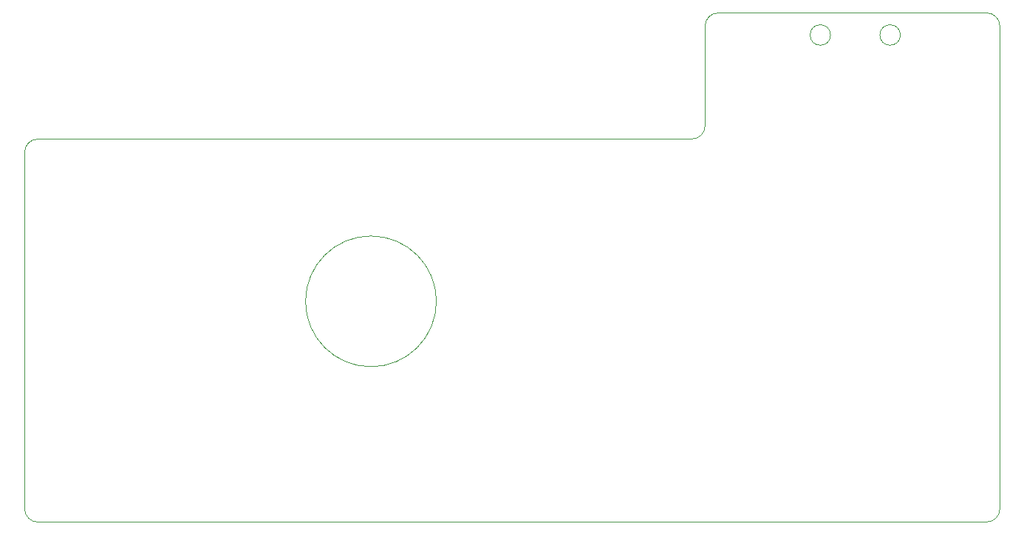
<source format=gm1>
G04 #@! TF.GenerationSoftware,KiCad,Pcbnew,(5.99.0-11497-g0fb864d596)*
G04 #@! TF.CreationDate,2021-08-07T14:48:27-04:00*
G04 #@! TF.ProjectId,K40-LED_PCB,4b34302d-4c45-4445-9f50-43422e6b6963,rev?*
G04 #@! TF.SameCoordinates,Original*
G04 #@! TF.FileFunction,Profile,NP*
%FSLAX46Y46*%
G04 Gerber Fmt 4.6, Leading zero omitted, Abs format (unit mm)*
G04 Created by KiCad (PCBNEW (5.99.0-11497-g0fb864d596)) date 2021-08-07 14:48:27*
%MOMM*%
%LPD*%
G01*
G04 APERTURE LIST*
G04 #@! TA.AperFunction,Profile*
%ADD10C,0.100000*%
G04 #@! TD*
G04 #@! TA.AperFunction,Profile*
%ADD11C,0.050000*%
G04 #@! TD*
G04 APERTURE END LIST*
D10*
X143664882Y-91440000D02*
G75*
G03*
X143664882Y-91440000I-1170882J0D01*
G01*
X151665882Y-91440000D02*
G75*
G03*
X151665882Y-91440000I-1170882J0D01*
G01*
D11*
X129286000Y-90424000D02*
X129286000Y-97028000D01*
X127762000Y-103378000D02*
X52832000Y-103378000D01*
X98500000Y-122000000D02*
G75*
G03*
X98500000Y-122000000I-7500000J0D01*
G01*
X90932000Y-147320000D02*
X161544000Y-147320000D01*
X51308000Y-145796000D02*
G75*
G03*
X52832000Y-147320000I1524000J0D01*
G01*
X129286000Y-90424000D02*
G75*
G02*
X130810000Y-88900000I1524000J0D01*
G01*
X51308000Y-104902000D02*
X51308000Y-145796000D01*
X163068000Y-145796000D02*
G75*
G02*
X161544000Y-147320000I-1524000J0D01*
G01*
X129286000Y-101854000D02*
G75*
G02*
X127762000Y-103378000I-1524000J0D01*
G01*
X163068000Y-90424000D02*
G75*
G03*
X161544000Y-88900000I-1524000J0D01*
G01*
X129286000Y-97028000D02*
X129286000Y-101854000D01*
X163068000Y-145796000D02*
X163068000Y-90424000D01*
X161544000Y-88900000D02*
X130810000Y-88900000D01*
X51308000Y-104902000D02*
G75*
G02*
X52832000Y-103378000I1524000J0D01*
G01*
X52832000Y-147320000D02*
X90932000Y-147320000D01*
M02*

</source>
